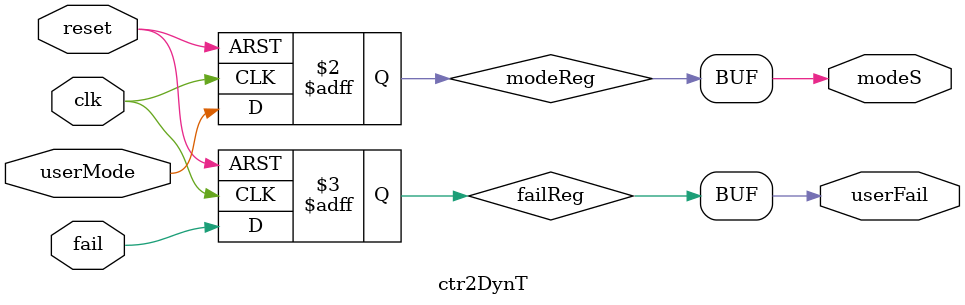
<source format=v>




module ctr2DynT(clk, reset, // standart inputs
					fail, modeS,  // to manipulate Memory blocks
					userMode, // to manipulte the reading of Input buffer
					userFail
					);
	input clk; //global synch. clock
	input reset; //global reset signal
	input fail; // error detection wire
	output modeS;// to manipulate Memory blocks
	input userMode; // to manipulte the reading of Input buffer
	output userFail; 
	
	//Registers
	reg modeReg;
	reg failReg;
	
	assign modeS= modeReg;
	assign userFail=failReg;
	
always @ (posedge clk or posedge reset)
	begin 
		if (reset)
			begin				
				modeReg<=0; 
				failReg<=0;
			end
		else 
			begin: fsm
				modeReg<=userMode; 
				failReg<= fail;
			end
	end
endmodule

//NOTE; such voting will save only agains 1 SEU, synchronization is not established
//TODO: create re-synchronization between counters-> should be efficient
//ctr[3]||reset dropped frequency from 361 to <150Mhz-> so no the best choice

// module ctr2RecTmr(clk, reset, ctr, errFlag); // TMR counter for TTR ctr signals
	// input	clk; //global synch. clock
	// input 	[2:0]reset; //global reset sygnal
	// output	[1:0]ctr; //control outpus for Time Redundancy
	// input	[2:0]errFlag;// Error Flag- indicates that the recovery procedure is in progress and 00 in ctr is required
	
	// wire [5:0]ctrL;
	// // counters instantiation
	// genvar i;
	// generate
		// for (i=0;i<3; i=i+1)
		// begin: ripple
			// ctr2RecT count(clk, reset[i],ctrL[1+2*i:0+2*i], errFlag[i])/*synthesis syn_preserve = 1*/; 
		// end
	// endgenerate
	// // voters instantiation
	// genvar i;
	// generate
	// for (i=0;i<2; i=i+1)
		// begin: ripple
			// voter1 V(ctr[i],ctrL[0+i],ctrL[2+i],ctrL[4+i])/*synthesis syn_preserve = 1*/; 
		// end
	// endgenerate
// endmodule	
	
	
</source>
